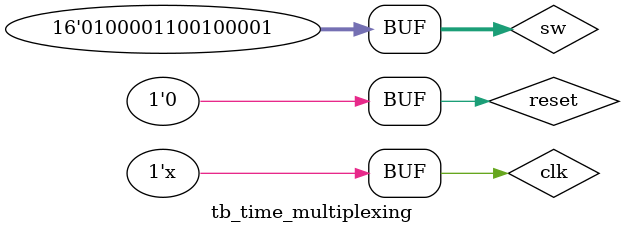
<source format=v>
`timescale 1ns / 1ps

module tb_time_multiplexing;
    
    reg clk;
    reg reset;
    reg [15:0] sw;
    
    wire [3:0] an;
    wire [6:0] sseg;
    
    time_multiplexing_main ul (
        .clk(clk),
        .reset(reset),
        .sw(sw),
        .an(an),
        .sseg(sseg)
    );
    
    initial
    begin
    
    clk = 0;
    reset = 0;
    sw = 0;
    
    #10;
    
    sw = 15'b0100001100100001;
    
    #20;
    
    
    
    
    end
    
    
    
    
    
    
    
    
    
    always
    #5 clk = ~clk;

endmodule

</source>
